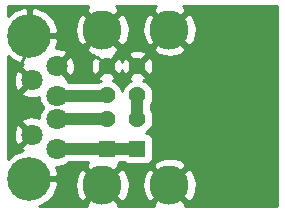
<source format=gbr>
G04 #@! TF.GenerationSoftware,KiCad,Pcbnew,(5.0.2)-1*
G04 #@! TF.CreationDate,2019-08-18T16:28:34-04:00*
G04 #@! TF.ProjectId,stacked_model3_usb,73746163-6b65-4645-9f6d-6f64656c335f,rev?*
G04 #@! TF.SameCoordinates,Original*
G04 #@! TF.FileFunction,Copper,L1,Top*
G04 #@! TF.FilePolarity,Positive*
%FSLAX46Y46*%
G04 Gerber Fmt 4.6, Leading zero omitted, Abs format (unit mm)*
G04 Created by KiCad (PCBNEW (5.0.2)-1) date 2019-08-18 4:28:34 PM*
%MOMM*%
%LPD*%
G01*
G04 APERTURE LIST*
G04 #@! TA.AperFunction,ComponentPad*
%ADD10O,3.700000X3.700000*%
G04 #@! TD*
G04 #@! TA.AperFunction,ComponentPad*
%ADD11C,1.800000*%
G04 #@! TD*
G04 #@! TA.AperFunction,ComponentPad*
%ADD12C,3.316000*%
G04 #@! TD*
G04 #@! TA.AperFunction,ComponentPad*
%ADD13R,1.428000X1.428000*%
G04 #@! TD*
G04 #@! TA.AperFunction,ComponentPad*
%ADD14C,1.428000*%
G04 #@! TD*
G04 #@! TA.AperFunction,ViaPad*
%ADD15C,1.400000*%
G04 #@! TD*
G04 #@! TA.AperFunction,Conductor*
%ADD16C,1.000000*%
G04 #@! TD*
G04 #@! TA.AperFunction,Conductor*
%ADD17C,0.250000*%
G04 #@! TD*
G04 #@! TA.AperFunction,Conductor*
%ADD18C,0.254000*%
G04 #@! TD*
G04 APERTURE END LIST*
D10*
G04 #@! TO.P,J1,SH*
G04 #@! TO.N,GND*
X121720000Y-77235001D03*
X121720000Y-89335001D03*
D11*
X121920000Y-80985001D03*
X121920000Y-85585001D03*
G04 #@! TO.P,J1,4*
X124020000Y-79785001D03*
G04 #@! TO.P,J1,3*
G04 #@! TO.N,Net-(J1-Pad3)*
X124020000Y-82285001D03*
G04 #@! TO.P,J1,2*
G04 #@! TO.N,Net-(J1-Pad2)*
X124020000Y-84285001D03*
G04 #@! TO.P,J1,1*
G04 #@! TO.N,+5V*
X124020000Y-86785001D03*
G04 #@! TD*
D12*
G04 #@! TO.P,J2,S1*
G04 #@! TO.N,GND*
X133574600Y-89840600D03*
G04 #@! TO.P,J2,S2*
X133574600Y-76700600D03*
D13*
G04 #@! TO.P,J2,1B*
G04 #@! TO.N,+5V*
X128244600Y-86770600D03*
D14*
G04 #@! TO.P,J2,2B*
G04 #@! TO.N,Net-(J1-Pad2)*
X128244600Y-84270600D03*
G04 #@! TO.P,J2,3B*
G04 #@! TO.N,Net-(J1-Pad3)*
X128244600Y-82270600D03*
G04 #@! TO.P,J2,4B*
G04 #@! TO.N,GND*
X128244600Y-79770600D03*
D13*
G04 #@! TO.P,J2,1A*
G04 #@! TO.N,+5V*
X130864600Y-86770600D03*
D14*
G04 #@! TO.P,J2,2A*
G04 #@! TO.N,Net-(J2-Pad2A)*
X130864600Y-84270600D03*
G04 #@! TO.P,J2,3A*
X130864600Y-82270600D03*
G04 #@! TO.P,J2,4A*
G04 #@! TO.N,GND*
X130864600Y-79770600D03*
D12*
G04 #@! TO.P,J2,S3*
X127894600Y-76700600D03*
G04 #@! TO.P,J2,S4*
X127894600Y-89840600D03*
G04 #@! TD*
D15*
G04 #@! TO.N,GND*
X133200000Y-79800000D03*
G04 #@! TD*
D16*
G04 #@! TO.N,+5V*
X130850199Y-86785001D02*
X130864600Y-86770600D01*
X124020000Y-86785001D02*
X130850199Y-86785001D01*
D17*
G04 #@! TO.N,GND*
X128244600Y-79770600D02*
X127474000Y-79000000D01*
X127474000Y-79000000D02*
X126400000Y-79000000D01*
X120946333Y-79819500D02*
X120904000Y-79819500D01*
X121920000Y-77435001D02*
X120946333Y-79819500D01*
D16*
G04 #@! TO.N,Net-(J1-Pad3)*
X128230199Y-82285001D02*
X128244600Y-82270600D01*
X124020000Y-82285001D02*
X128230199Y-82285001D01*
G04 #@! TO.N,Net-(J1-Pad2)*
X128230199Y-84285001D02*
X128244600Y-84270600D01*
X124020000Y-84285001D02*
X128230199Y-84285001D01*
G04 #@! TO.N,Net-(J2-Pad2A)*
X130864600Y-82270600D02*
X130864600Y-84270600D01*
G04 #@! TD*
D18*
G04 #@! TO.N,GND*
G36*
X126645091Y-74764733D02*
X126470075Y-75096470D01*
X127894600Y-76520995D01*
X129319125Y-75096470D01*
X129144109Y-74764733D01*
X129070737Y-74727000D01*
X132395685Y-74727000D01*
X132325091Y-74764733D01*
X132150075Y-75096470D01*
X133574600Y-76520995D01*
X134999125Y-75096470D01*
X134824109Y-74764733D01*
X134750737Y-74727000D01*
X142673000Y-74727000D01*
X142673000Y-91673000D01*
X134878696Y-91673000D01*
X134999125Y-91444730D01*
X133574600Y-90020205D01*
X132150075Y-91444730D01*
X132270504Y-91673000D01*
X129198696Y-91673000D01*
X129319125Y-91444730D01*
X127894600Y-90020205D01*
X126470075Y-91444730D01*
X126590504Y-91673000D01*
X122541349Y-91673000D01*
X122643677Y-91641960D01*
X123075994Y-91417432D01*
X123456201Y-91112877D01*
X123769687Y-90740000D01*
X124004404Y-90313129D01*
X124142313Y-89877181D01*
X125590796Y-89877181D01*
X125642200Y-90325928D01*
X125780162Y-90756024D01*
X125958733Y-91090109D01*
X126290470Y-91265125D01*
X127714995Y-89840600D01*
X128074205Y-89840600D01*
X129498730Y-91265125D01*
X129830467Y-91090109D01*
X130037037Y-90688432D01*
X130161274Y-90254172D01*
X130192369Y-89877181D01*
X131270796Y-89877181D01*
X131322200Y-90325928D01*
X131460162Y-90756024D01*
X131638733Y-91090109D01*
X131970470Y-91265125D01*
X133394995Y-89840600D01*
X133754205Y-89840600D01*
X135178730Y-91265125D01*
X135510467Y-91090109D01*
X135717037Y-90688432D01*
X135841274Y-90254172D01*
X135878404Y-89804019D01*
X135827000Y-89355272D01*
X135689038Y-88925176D01*
X135510467Y-88591091D01*
X135178730Y-88416075D01*
X133754205Y-89840600D01*
X133394995Y-89840600D01*
X131970470Y-88416075D01*
X131638733Y-88591091D01*
X131432163Y-88992768D01*
X131307926Y-89427028D01*
X131270796Y-89877181D01*
X130192369Y-89877181D01*
X130198404Y-89804019D01*
X130147000Y-89355272D01*
X130009038Y-88925176D01*
X129830467Y-88591091D01*
X129498730Y-88416075D01*
X128074205Y-89840600D01*
X127714995Y-89840600D01*
X126290470Y-88416075D01*
X125958733Y-88591091D01*
X125752163Y-88992768D01*
X125627926Y-89427028D01*
X125590796Y-89877181D01*
X124142313Y-89877181D01*
X124151333Y-89848669D01*
X124043005Y-89462001D01*
X121847000Y-89462001D01*
X121847000Y-89482001D01*
X121593000Y-89482001D01*
X121593000Y-89462001D01*
X121573000Y-89462001D01*
X121573000Y-89208001D01*
X121593000Y-89208001D01*
X121593000Y-89188001D01*
X121847000Y-89188001D01*
X121847000Y-89208001D01*
X124043005Y-89208001D01*
X124151333Y-88821333D01*
X124004404Y-88356873D01*
X123984130Y-88320001D01*
X124171184Y-88320001D01*
X124467743Y-88261012D01*
X124747095Y-88145300D01*
X124998505Y-87977313D01*
X125055817Y-87920001D01*
X126637036Y-87920001D01*
X126470075Y-88236470D01*
X127894600Y-89660995D01*
X129319125Y-88236470D01*
X132150075Y-88236470D01*
X133574600Y-89660995D01*
X134999125Y-88236470D01*
X134824109Y-87904733D01*
X134422432Y-87698163D01*
X133988172Y-87573926D01*
X133538019Y-87536796D01*
X133089272Y-87588200D01*
X132659176Y-87726162D01*
X132325091Y-87904733D01*
X132150075Y-88236470D01*
X129319125Y-88236470D01*
X129226714Y-88061309D01*
X129313094Y-88015137D01*
X129409785Y-87935785D01*
X129422739Y-87920001D01*
X129686461Y-87920001D01*
X129699415Y-87935785D01*
X129796106Y-88015137D01*
X129906420Y-88074102D01*
X130026118Y-88110412D01*
X130150600Y-88122672D01*
X131578600Y-88122672D01*
X131703082Y-88110412D01*
X131822780Y-88074102D01*
X131933094Y-88015137D01*
X132029785Y-87935785D01*
X132109137Y-87839094D01*
X132168102Y-87728780D01*
X132204412Y-87609082D01*
X132216672Y-87484600D01*
X132216672Y-86056600D01*
X132204412Y-85932118D01*
X132168102Y-85812420D01*
X132109137Y-85702106D01*
X132029785Y-85605415D01*
X131933094Y-85526063D01*
X131822780Y-85467098D01*
X131703082Y-85430788D01*
X131578600Y-85418528D01*
X131574740Y-85418528D01*
X131724537Y-85318437D01*
X131912437Y-85130537D01*
X132060068Y-84909591D01*
X132161758Y-84664089D01*
X132213600Y-84403465D01*
X132213600Y-84137735D01*
X132161758Y-83877111D01*
X132060068Y-83631609D01*
X131999600Y-83541112D01*
X131999600Y-83000088D01*
X132060068Y-82909591D01*
X132161758Y-82664089D01*
X132213600Y-82403465D01*
X132213600Y-82137735D01*
X132161758Y-81877111D01*
X132060068Y-81631609D01*
X131912437Y-81410663D01*
X131724537Y-81222763D01*
X131503591Y-81075132D01*
X131373119Y-81021089D01*
X131450858Y-80992793D01*
X131555109Y-80937070D01*
X131616268Y-80701873D01*
X130864600Y-79950205D01*
X130112932Y-80701873D01*
X130174091Y-80937070D01*
X130355126Y-81021484D01*
X130225609Y-81075132D01*
X130004663Y-81222763D01*
X129816763Y-81410663D01*
X129669132Y-81631609D01*
X129567442Y-81877111D01*
X129554600Y-81941671D01*
X129541758Y-81877111D01*
X129440068Y-81631609D01*
X129292437Y-81410663D01*
X129104537Y-81222763D01*
X128883591Y-81075132D01*
X128753119Y-81021089D01*
X128830858Y-80992793D01*
X128935109Y-80937070D01*
X128996268Y-80701873D01*
X128244600Y-79950205D01*
X127492932Y-80701873D01*
X127554091Y-80937070D01*
X127735126Y-81021484D01*
X127605609Y-81075132D01*
X127493559Y-81150001D01*
X125055817Y-81150001D01*
X124998505Y-81092689D01*
X124855690Y-80997263D01*
X124904475Y-80849081D01*
X124020000Y-79964606D01*
X124005858Y-79978749D01*
X123826253Y-79799144D01*
X123840395Y-79785001D01*
X124199605Y-79785001D01*
X125084080Y-80669476D01*
X125338261Y-80585793D01*
X125469158Y-80313226D01*
X125544365Y-80020359D01*
X125560991Y-79718448D01*
X125518397Y-79419094D01*
X125418222Y-79133802D01*
X125338261Y-78984209D01*
X125084080Y-78900526D01*
X124199605Y-79785001D01*
X123840395Y-79785001D01*
X123826253Y-79770859D01*
X124005858Y-79591254D01*
X124020000Y-79605396D01*
X124904475Y-78720921D01*
X124820792Y-78466740D01*
X124548225Y-78335843D01*
X124427067Y-78304730D01*
X126470075Y-78304730D01*
X126645091Y-78636467D01*
X127046768Y-78843037D01*
X127209478Y-78889586D01*
X127196728Y-78902336D01*
X127313325Y-79018933D01*
X127078130Y-79080091D01*
X126965832Y-79320926D01*
X126902676Y-79579041D01*
X126891089Y-79844519D01*
X126931518Y-80107155D01*
X127022407Y-80356858D01*
X127078130Y-80461109D01*
X127313327Y-80522268D01*
X128064995Y-79770600D01*
X128424205Y-79770600D01*
X129175873Y-80522268D01*
X129411070Y-80461109D01*
X129523368Y-80220274D01*
X129551336Y-80105971D01*
X129551518Y-80107155D01*
X129642407Y-80356858D01*
X129698130Y-80461109D01*
X129933327Y-80522268D01*
X130684995Y-79770600D01*
X131044205Y-79770600D01*
X131795873Y-80522268D01*
X132031070Y-80461109D01*
X132143368Y-80220274D01*
X132206524Y-79962159D01*
X132218111Y-79696681D01*
X132177682Y-79434045D01*
X132086793Y-79184342D01*
X132031070Y-79080091D01*
X131795873Y-79018932D01*
X131044205Y-79770600D01*
X130684995Y-79770600D01*
X129933327Y-79018932D01*
X129698130Y-79080091D01*
X129585832Y-79320926D01*
X129557864Y-79435229D01*
X129557682Y-79434045D01*
X129466793Y-79184342D01*
X129411070Y-79080091D01*
X129175873Y-79018932D01*
X128424205Y-79770600D01*
X128064995Y-79770600D01*
X128050853Y-79756458D01*
X128230458Y-79576853D01*
X128244600Y-79590995D01*
X128996268Y-78839327D01*
X130112932Y-78839327D01*
X130864600Y-79590995D01*
X131616268Y-78839327D01*
X131555109Y-78604130D01*
X131314274Y-78491832D01*
X131056159Y-78428676D01*
X130790681Y-78417089D01*
X130528045Y-78457518D01*
X130278342Y-78548407D01*
X130174091Y-78604130D01*
X130112932Y-78839327D01*
X128996268Y-78839327D01*
X128967996Y-78730601D01*
X129144109Y-78636467D01*
X129319125Y-78304730D01*
X132150075Y-78304730D01*
X132325091Y-78636467D01*
X132726768Y-78843037D01*
X133161028Y-78967274D01*
X133611181Y-79004404D01*
X134059928Y-78953000D01*
X134490024Y-78815038D01*
X134824109Y-78636467D01*
X134999125Y-78304730D01*
X133574600Y-76880205D01*
X132150075Y-78304730D01*
X129319125Y-78304730D01*
X127894600Y-76880205D01*
X126470075Y-78304730D01*
X124427067Y-78304730D01*
X124255358Y-78260636D01*
X123986425Y-78245826D01*
X124004404Y-78213129D01*
X124151333Y-77748669D01*
X124043005Y-77362001D01*
X121847000Y-77362001D01*
X121847000Y-77382001D01*
X121593000Y-77382001D01*
X121593000Y-77362001D01*
X121573000Y-77362001D01*
X121573000Y-77108001D01*
X121593000Y-77108001D01*
X121593000Y-74912220D01*
X121847000Y-74912220D01*
X121847000Y-77108001D01*
X124043005Y-77108001D01*
X124146893Y-76737181D01*
X125590796Y-76737181D01*
X125642200Y-77185928D01*
X125780162Y-77616024D01*
X125958733Y-77950109D01*
X126290470Y-78125125D01*
X127714995Y-76700600D01*
X128074205Y-76700600D01*
X129498730Y-78125125D01*
X129830467Y-77950109D01*
X130037037Y-77548432D01*
X130161274Y-77114172D01*
X130192369Y-76737181D01*
X131270796Y-76737181D01*
X131322200Y-77185928D01*
X131460162Y-77616024D01*
X131638733Y-77950109D01*
X131970470Y-78125125D01*
X133394995Y-76700600D01*
X133754205Y-76700600D01*
X135178730Y-78125125D01*
X135510467Y-77950109D01*
X135717037Y-77548432D01*
X135841274Y-77114172D01*
X135878404Y-76664019D01*
X135827000Y-76215272D01*
X135689038Y-75785176D01*
X135510467Y-75451091D01*
X135178730Y-75276075D01*
X133754205Y-76700600D01*
X133394995Y-76700600D01*
X131970470Y-75276075D01*
X131638733Y-75451091D01*
X131432163Y-75852768D01*
X131307926Y-76287028D01*
X131270796Y-76737181D01*
X130192369Y-76737181D01*
X130198404Y-76664019D01*
X130147000Y-76215272D01*
X130009038Y-75785176D01*
X129830467Y-75451091D01*
X129498730Y-75276075D01*
X128074205Y-76700600D01*
X127714995Y-76700600D01*
X126290470Y-75276075D01*
X125958733Y-75451091D01*
X125752163Y-75852768D01*
X125627926Y-76287028D01*
X125590796Y-76737181D01*
X124146893Y-76737181D01*
X124151333Y-76721333D01*
X124004404Y-76256873D01*
X123769687Y-75830002D01*
X123456201Y-75457125D01*
X123075994Y-75152570D01*
X122643677Y-74928042D01*
X122233668Y-74803670D01*
X121847000Y-74912220D01*
X121593000Y-74912220D01*
X121206332Y-74803670D01*
X120796323Y-74928042D01*
X120364006Y-75152570D01*
X119983799Y-75457125D01*
X119927000Y-75524685D01*
X119927000Y-74727000D01*
X126715685Y-74727000D01*
X126645091Y-74764733D01*
X126645091Y-74764733D01*
G37*
X126645091Y-74764733D02*
X126470075Y-75096470D01*
X127894600Y-76520995D01*
X129319125Y-75096470D01*
X129144109Y-74764733D01*
X129070737Y-74727000D01*
X132395685Y-74727000D01*
X132325091Y-74764733D01*
X132150075Y-75096470D01*
X133574600Y-76520995D01*
X134999125Y-75096470D01*
X134824109Y-74764733D01*
X134750737Y-74727000D01*
X142673000Y-74727000D01*
X142673000Y-91673000D01*
X134878696Y-91673000D01*
X134999125Y-91444730D01*
X133574600Y-90020205D01*
X132150075Y-91444730D01*
X132270504Y-91673000D01*
X129198696Y-91673000D01*
X129319125Y-91444730D01*
X127894600Y-90020205D01*
X126470075Y-91444730D01*
X126590504Y-91673000D01*
X122541349Y-91673000D01*
X122643677Y-91641960D01*
X123075994Y-91417432D01*
X123456201Y-91112877D01*
X123769687Y-90740000D01*
X124004404Y-90313129D01*
X124142313Y-89877181D01*
X125590796Y-89877181D01*
X125642200Y-90325928D01*
X125780162Y-90756024D01*
X125958733Y-91090109D01*
X126290470Y-91265125D01*
X127714995Y-89840600D01*
X128074205Y-89840600D01*
X129498730Y-91265125D01*
X129830467Y-91090109D01*
X130037037Y-90688432D01*
X130161274Y-90254172D01*
X130192369Y-89877181D01*
X131270796Y-89877181D01*
X131322200Y-90325928D01*
X131460162Y-90756024D01*
X131638733Y-91090109D01*
X131970470Y-91265125D01*
X133394995Y-89840600D01*
X133754205Y-89840600D01*
X135178730Y-91265125D01*
X135510467Y-91090109D01*
X135717037Y-90688432D01*
X135841274Y-90254172D01*
X135878404Y-89804019D01*
X135827000Y-89355272D01*
X135689038Y-88925176D01*
X135510467Y-88591091D01*
X135178730Y-88416075D01*
X133754205Y-89840600D01*
X133394995Y-89840600D01*
X131970470Y-88416075D01*
X131638733Y-88591091D01*
X131432163Y-88992768D01*
X131307926Y-89427028D01*
X131270796Y-89877181D01*
X130192369Y-89877181D01*
X130198404Y-89804019D01*
X130147000Y-89355272D01*
X130009038Y-88925176D01*
X129830467Y-88591091D01*
X129498730Y-88416075D01*
X128074205Y-89840600D01*
X127714995Y-89840600D01*
X126290470Y-88416075D01*
X125958733Y-88591091D01*
X125752163Y-88992768D01*
X125627926Y-89427028D01*
X125590796Y-89877181D01*
X124142313Y-89877181D01*
X124151333Y-89848669D01*
X124043005Y-89462001D01*
X121847000Y-89462001D01*
X121847000Y-89482001D01*
X121593000Y-89482001D01*
X121593000Y-89462001D01*
X121573000Y-89462001D01*
X121573000Y-89208001D01*
X121593000Y-89208001D01*
X121593000Y-89188001D01*
X121847000Y-89188001D01*
X121847000Y-89208001D01*
X124043005Y-89208001D01*
X124151333Y-88821333D01*
X124004404Y-88356873D01*
X123984130Y-88320001D01*
X124171184Y-88320001D01*
X124467743Y-88261012D01*
X124747095Y-88145300D01*
X124998505Y-87977313D01*
X125055817Y-87920001D01*
X126637036Y-87920001D01*
X126470075Y-88236470D01*
X127894600Y-89660995D01*
X129319125Y-88236470D01*
X132150075Y-88236470D01*
X133574600Y-89660995D01*
X134999125Y-88236470D01*
X134824109Y-87904733D01*
X134422432Y-87698163D01*
X133988172Y-87573926D01*
X133538019Y-87536796D01*
X133089272Y-87588200D01*
X132659176Y-87726162D01*
X132325091Y-87904733D01*
X132150075Y-88236470D01*
X129319125Y-88236470D01*
X129226714Y-88061309D01*
X129313094Y-88015137D01*
X129409785Y-87935785D01*
X129422739Y-87920001D01*
X129686461Y-87920001D01*
X129699415Y-87935785D01*
X129796106Y-88015137D01*
X129906420Y-88074102D01*
X130026118Y-88110412D01*
X130150600Y-88122672D01*
X131578600Y-88122672D01*
X131703082Y-88110412D01*
X131822780Y-88074102D01*
X131933094Y-88015137D01*
X132029785Y-87935785D01*
X132109137Y-87839094D01*
X132168102Y-87728780D01*
X132204412Y-87609082D01*
X132216672Y-87484600D01*
X132216672Y-86056600D01*
X132204412Y-85932118D01*
X132168102Y-85812420D01*
X132109137Y-85702106D01*
X132029785Y-85605415D01*
X131933094Y-85526063D01*
X131822780Y-85467098D01*
X131703082Y-85430788D01*
X131578600Y-85418528D01*
X131574740Y-85418528D01*
X131724537Y-85318437D01*
X131912437Y-85130537D01*
X132060068Y-84909591D01*
X132161758Y-84664089D01*
X132213600Y-84403465D01*
X132213600Y-84137735D01*
X132161758Y-83877111D01*
X132060068Y-83631609D01*
X131999600Y-83541112D01*
X131999600Y-83000088D01*
X132060068Y-82909591D01*
X132161758Y-82664089D01*
X132213600Y-82403465D01*
X132213600Y-82137735D01*
X132161758Y-81877111D01*
X132060068Y-81631609D01*
X131912437Y-81410663D01*
X131724537Y-81222763D01*
X131503591Y-81075132D01*
X131373119Y-81021089D01*
X131450858Y-80992793D01*
X131555109Y-80937070D01*
X131616268Y-80701873D01*
X130864600Y-79950205D01*
X130112932Y-80701873D01*
X130174091Y-80937070D01*
X130355126Y-81021484D01*
X130225609Y-81075132D01*
X130004663Y-81222763D01*
X129816763Y-81410663D01*
X129669132Y-81631609D01*
X129567442Y-81877111D01*
X129554600Y-81941671D01*
X129541758Y-81877111D01*
X129440068Y-81631609D01*
X129292437Y-81410663D01*
X129104537Y-81222763D01*
X128883591Y-81075132D01*
X128753119Y-81021089D01*
X128830858Y-80992793D01*
X128935109Y-80937070D01*
X128996268Y-80701873D01*
X128244600Y-79950205D01*
X127492932Y-80701873D01*
X127554091Y-80937070D01*
X127735126Y-81021484D01*
X127605609Y-81075132D01*
X127493559Y-81150001D01*
X125055817Y-81150001D01*
X124998505Y-81092689D01*
X124855690Y-80997263D01*
X124904475Y-80849081D01*
X124020000Y-79964606D01*
X124005858Y-79978749D01*
X123826253Y-79799144D01*
X123840395Y-79785001D01*
X124199605Y-79785001D01*
X125084080Y-80669476D01*
X125338261Y-80585793D01*
X125469158Y-80313226D01*
X125544365Y-80020359D01*
X125560991Y-79718448D01*
X125518397Y-79419094D01*
X125418222Y-79133802D01*
X125338261Y-78984209D01*
X125084080Y-78900526D01*
X124199605Y-79785001D01*
X123840395Y-79785001D01*
X123826253Y-79770859D01*
X124005858Y-79591254D01*
X124020000Y-79605396D01*
X124904475Y-78720921D01*
X124820792Y-78466740D01*
X124548225Y-78335843D01*
X124427067Y-78304730D01*
X126470075Y-78304730D01*
X126645091Y-78636467D01*
X127046768Y-78843037D01*
X127209478Y-78889586D01*
X127196728Y-78902336D01*
X127313325Y-79018933D01*
X127078130Y-79080091D01*
X126965832Y-79320926D01*
X126902676Y-79579041D01*
X126891089Y-79844519D01*
X126931518Y-80107155D01*
X127022407Y-80356858D01*
X127078130Y-80461109D01*
X127313327Y-80522268D01*
X128064995Y-79770600D01*
X128424205Y-79770600D01*
X129175873Y-80522268D01*
X129411070Y-80461109D01*
X129523368Y-80220274D01*
X129551336Y-80105971D01*
X129551518Y-80107155D01*
X129642407Y-80356858D01*
X129698130Y-80461109D01*
X129933327Y-80522268D01*
X130684995Y-79770600D01*
X131044205Y-79770600D01*
X131795873Y-80522268D01*
X132031070Y-80461109D01*
X132143368Y-80220274D01*
X132206524Y-79962159D01*
X132218111Y-79696681D01*
X132177682Y-79434045D01*
X132086793Y-79184342D01*
X132031070Y-79080091D01*
X131795873Y-79018932D01*
X131044205Y-79770600D01*
X130684995Y-79770600D01*
X129933327Y-79018932D01*
X129698130Y-79080091D01*
X129585832Y-79320926D01*
X129557864Y-79435229D01*
X129557682Y-79434045D01*
X129466793Y-79184342D01*
X129411070Y-79080091D01*
X129175873Y-79018932D01*
X128424205Y-79770600D01*
X128064995Y-79770600D01*
X128050853Y-79756458D01*
X128230458Y-79576853D01*
X128244600Y-79590995D01*
X128996268Y-78839327D01*
X130112932Y-78839327D01*
X130864600Y-79590995D01*
X131616268Y-78839327D01*
X131555109Y-78604130D01*
X131314274Y-78491832D01*
X131056159Y-78428676D01*
X130790681Y-78417089D01*
X130528045Y-78457518D01*
X130278342Y-78548407D01*
X130174091Y-78604130D01*
X130112932Y-78839327D01*
X128996268Y-78839327D01*
X128967996Y-78730601D01*
X129144109Y-78636467D01*
X129319125Y-78304730D01*
X132150075Y-78304730D01*
X132325091Y-78636467D01*
X132726768Y-78843037D01*
X133161028Y-78967274D01*
X133611181Y-79004404D01*
X134059928Y-78953000D01*
X134490024Y-78815038D01*
X134824109Y-78636467D01*
X134999125Y-78304730D01*
X133574600Y-76880205D01*
X132150075Y-78304730D01*
X129319125Y-78304730D01*
X127894600Y-76880205D01*
X126470075Y-78304730D01*
X124427067Y-78304730D01*
X124255358Y-78260636D01*
X123986425Y-78245826D01*
X124004404Y-78213129D01*
X124151333Y-77748669D01*
X124043005Y-77362001D01*
X121847000Y-77362001D01*
X121847000Y-77382001D01*
X121593000Y-77382001D01*
X121593000Y-77362001D01*
X121573000Y-77362001D01*
X121573000Y-77108001D01*
X121593000Y-77108001D01*
X121593000Y-74912220D01*
X121847000Y-74912220D01*
X121847000Y-77108001D01*
X124043005Y-77108001D01*
X124146893Y-76737181D01*
X125590796Y-76737181D01*
X125642200Y-77185928D01*
X125780162Y-77616024D01*
X125958733Y-77950109D01*
X126290470Y-78125125D01*
X127714995Y-76700600D01*
X128074205Y-76700600D01*
X129498730Y-78125125D01*
X129830467Y-77950109D01*
X130037037Y-77548432D01*
X130161274Y-77114172D01*
X130192369Y-76737181D01*
X131270796Y-76737181D01*
X131322200Y-77185928D01*
X131460162Y-77616024D01*
X131638733Y-77950109D01*
X131970470Y-78125125D01*
X133394995Y-76700600D01*
X133754205Y-76700600D01*
X135178730Y-78125125D01*
X135510467Y-77950109D01*
X135717037Y-77548432D01*
X135841274Y-77114172D01*
X135878404Y-76664019D01*
X135827000Y-76215272D01*
X135689038Y-75785176D01*
X135510467Y-75451091D01*
X135178730Y-75276075D01*
X133754205Y-76700600D01*
X133394995Y-76700600D01*
X131970470Y-75276075D01*
X131638733Y-75451091D01*
X131432163Y-75852768D01*
X131307926Y-76287028D01*
X131270796Y-76737181D01*
X130192369Y-76737181D01*
X130198404Y-76664019D01*
X130147000Y-76215272D01*
X130009038Y-75785176D01*
X129830467Y-75451091D01*
X129498730Y-75276075D01*
X128074205Y-76700600D01*
X127714995Y-76700600D01*
X126290470Y-75276075D01*
X125958733Y-75451091D01*
X125752163Y-75852768D01*
X125627926Y-76287028D01*
X125590796Y-76737181D01*
X124146893Y-76737181D01*
X124151333Y-76721333D01*
X124004404Y-76256873D01*
X123769687Y-75830002D01*
X123456201Y-75457125D01*
X123075994Y-75152570D01*
X122643677Y-74928042D01*
X122233668Y-74803670D01*
X121847000Y-74912220D01*
X121593000Y-74912220D01*
X121206332Y-74803670D01*
X120796323Y-74928042D01*
X120364006Y-75152570D01*
X119983799Y-75457125D01*
X119927000Y-75524685D01*
X119927000Y-74727000D01*
X126715685Y-74727000D01*
X126645091Y-74764733D01*
G36*
X119983799Y-79012877D02*
X120364006Y-79317432D01*
X120796323Y-79541960D01*
X121151237Y-79649620D01*
X121119208Y-79666740D01*
X121035525Y-79920921D01*
X121920000Y-80805396D01*
X121934143Y-80791254D01*
X122113748Y-80970859D01*
X122099605Y-80985001D01*
X122113748Y-80999144D01*
X121934143Y-81178749D01*
X121920000Y-81164606D01*
X121035525Y-82049081D01*
X121119208Y-82303262D01*
X121391775Y-82434159D01*
X121684642Y-82509366D01*
X121986553Y-82525992D01*
X122285907Y-82483398D01*
X122485000Y-82413490D01*
X122485000Y-82436185D01*
X122543989Y-82732744D01*
X122659701Y-83012096D01*
X122827688Y-83263506D01*
X122849183Y-83285001D01*
X122827688Y-83306496D01*
X122659701Y-83557906D01*
X122543989Y-83837258D01*
X122485000Y-84133817D01*
X122485000Y-84153504D01*
X122448225Y-84135843D01*
X122155358Y-84060636D01*
X121853447Y-84044010D01*
X121554093Y-84086604D01*
X121268801Y-84186779D01*
X121119208Y-84266740D01*
X121035525Y-84520921D01*
X121920000Y-85405396D01*
X121934143Y-85391254D01*
X122113748Y-85570859D01*
X122099605Y-85585001D01*
X122113748Y-85599144D01*
X121934143Y-85778749D01*
X121920000Y-85764606D01*
X121035525Y-86649081D01*
X121119208Y-86903262D01*
X121153456Y-86919709D01*
X120796323Y-87028042D01*
X120364006Y-87252570D01*
X119983799Y-87557125D01*
X119927000Y-87624685D01*
X119927000Y-85651554D01*
X120379009Y-85651554D01*
X120421603Y-85950908D01*
X120521778Y-86236200D01*
X120601739Y-86385793D01*
X120855920Y-86469476D01*
X121740395Y-85585001D01*
X120855920Y-84700526D01*
X120601739Y-84784209D01*
X120470842Y-85056776D01*
X120395635Y-85349643D01*
X120379009Y-85651554D01*
X119927000Y-85651554D01*
X119927000Y-81051554D01*
X120379009Y-81051554D01*
X120421603Y-81350908D01*
X120521778Y-81636200D01*
X120601739Y-81785793D01*
X120855920Y-81869476D01*
X121740395Y-80985001D01*
X120855920Y-80100526D01*
X120601739Y-80184209D01*
X120470842Y-80456776D01*
X120395635Y-80749643D01*
X120379009Y-81051554D01*
X119927000Y-81051554D01*
X119927000Y-78945317D01*
X119983799Y-79012877D01*
X119983799Y-79012877D01*
G37*
X119983799Y-79012877D02*
X120364006Y-79317432D01*
X120796323Y-79541960D01*
X121151237Y-79649620D01*
X121119208Y-79666740D01*
X121035525Y-79920921D01*
X121920000Y-80805396D01*
X121934143Y-80791254D01*
X122113748Y-80970859D01*
X122099605Y-80985001D01*
X122113748Y-80999144D01*
X121934143Y-81178749D01*
X121920000Y-81164606D01*
X121035525Y-82049081D01*
X121119208Y-82303262D01*
X121391775Y-82434159D01*
X121684642Y-82509366D01*
X121986553Y-82525992D01*
X122285907Y-82483398D01*
X122485000Y-82413490D01*
X122485000Y-82436185D01*
X122543989Y-82732744D01*
X122659701Y-83012096D01*
X122827688Y-83263506D01*
X122849183Y-83285001D01*
X122827688Y-83306496D01*
X122659701Y-83557906D01*
X122543989Y-83837258D01*
X122485000Y-84133817D01*
X122485000Y-84153504D01*
X122448225Y-84135843D01*
X122155358Y-84060636D01*
X121853447Y-84044010D01*
X121554093Y-84086604D01*
X121268801Y-84186779D01*
X121119208Y-84266740D01*
X121035525Y-84520921D01*
X121920000Y-85405396D01*
X121934143Y-85391254D01*
X122113748Y-85570859D01*
X122099605Y-85585001D01*
X122113748Y-85599144D01*
X121934143Y-85778749D01*
X121920000Y-85764606D01*
X121035525Y-86649081D01*
X121119208Y-86903262D01*
X121153456Y-86919709D01*
X120796323Y-87028042D01*
X120364006Y-87252570D01*
X119983799Y-87557125D01*
X119927000Y-87624685D01*
X119927000Y-85651554D01*
X120379009Y-85651554D01*
X120421603Y-85950908D01*
X120521778Y-86236200D01*
X120601739Y-86385793D01*
X120855920Y-86469476D01*
X121740395Y-85585001D01*
X120855920Y-84700526D01*
X120601739Y-84784209D01*
X120470842Y-85056776D01*
X120395635Y-85349643D01*
X120379009Y-85651554D01*
X119927000Y-85651554D01*
X119927000Y-81051554D01*
X120379009Y-81051554D01*
X120421603Y-81350908D01*
X120521778Y-81636200D01*
X120601739Y-81785793D01*
X120855920Y-81869476D01*
X121740395Y-80985001D01*
X120855920Y-80100526D01*
X120601739Y-80184209D01*
X120470842Y-80456776D01*
X120395635Y-80749643D01*
X120379009Y-81051554D01*
X119927000Y-81051554D01*
X119927000Y-78945317D01*
X119983799Y-79012877D01*
G04 #@! TD*
M02*

</source>
